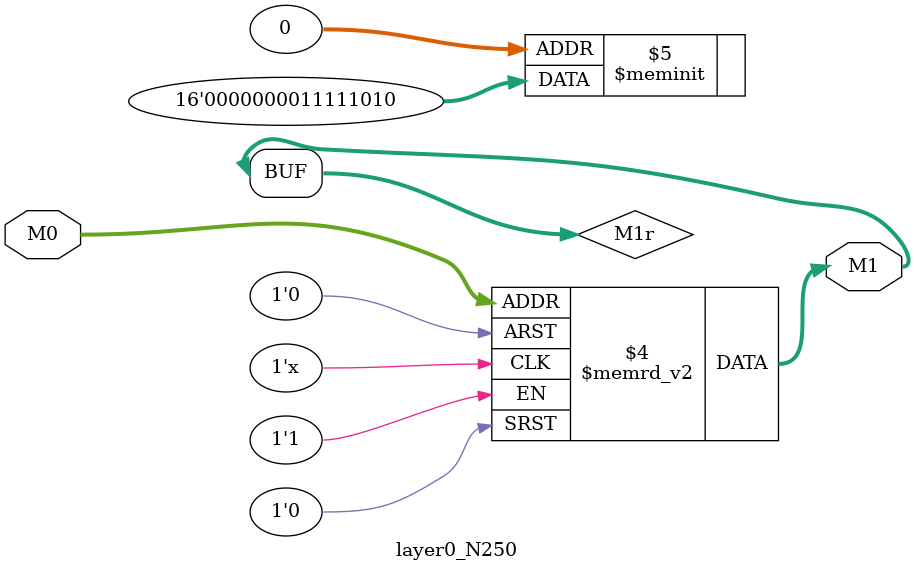
<source format=v>
module layer0_N250 ( input [2:0] M0, output [1:0] M1 );

	(*rom_style = "distributed" *) reg [1:0] M1r;
	assign M1 = M1r;
	always @ (M0) begin
		case (M0)
			3'b000: M1r = 2'b10;
			3'b100: M1r = 2'b00;
			3'b010: M1r = 2'b11;
			3'b110: M1r = 2'b00;
			3'b001: M1r = 2'b10;
			3'b101: M1r = 2'b00;
			3'b011: M1r = 2'b11;
			3'b111: M1r = 2'b00;

		endcase
	end
endmodule

</source>
